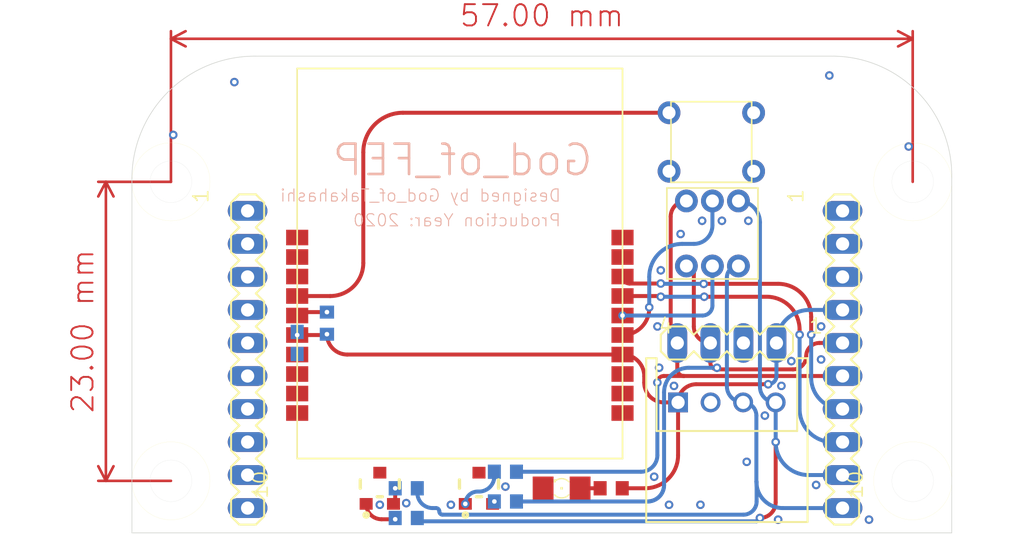
<source format=kicad_pcb>
(kicad_pcb (version 20240108) (generator "pcbnew") (generator_version "8.0")
  (layers (0 "F.Cu" signal) (31 "B.Cu" signal) (34 "B.Paste" user) (35 "F.Paste" user) (36 "B.SilkS" user "B.Silkscreen") (37 "F.SilkS" user "F.Silkscreen") (38 "B.Mask" user) (39 "F.Mask" user) (44 "Edge.Cuts" user))
  (net 0 "")
  (net 1 "USART_TX")
  (net 2 "USART_RX")
  (net 3 "GND")
  (net 4 "5V")
  (net 5 "RTS")
  (net 6 "CTS")
  (net 7 "RESET")
  (net 8 "INIT")
  (net 9 "DATA_TX")
  (net 10 "WRITE_TX")
  (net 11 "DATA_RX")
  (net 12 "WRITE_RX")
  (net 13 "N$1")
  (net 14 "N$2")
  (net 15 "N$3")
  (net 16 "N$4")
  (net 17 "N$5")
  (footprint "PS-70S" (layer "F.Cu") (at 163.609337 97.80928 180)
    (property "Reference" "SW_3" (hide yes))
    (property "Value" "P-08784_PS-70S" (hide yes))
    (fp_line (start 5.5 1) (end 5.5 -6) (stroke (width 0.127)) (layer "F.SilkS"))
    (fp_line (start 5.5 1) (end -1.5 1) (stroke (width 0.127)) (layer "F.SilkS"))
    (fp_line (start 5.5 -6) (end -1.5 -6) (stroke (width 0.127)) (layer "F.SilkS"))
    (fp_line (start -1.5 1) (end -1.5 -6) (stroke (width 0.127)) (layer "F.SilkS"))
    (pad "P1" thru_hole circle (at 0 -5 180) (size 1.75 1.75) (drill 1) (layers "*.Cu" "*.Mask") (net 9 "DATA_TX"))
    (pad "P2" thru_hole circle (at 2 -5 180) (size 1.75 1.75) (drill 1) (layers "*.Cu" "*.Mask") (net 1 "USART_TX"))
    (pad "P3" thru_hole circle (at 4 -5 180) (size 1.75 1.75) (drill 1) (layers "*.Cu" "*.Mask") (net 10 "WRITE_TX"))
    (pad "P4" thru_hole circle (at 0 0) (size 1.75 1.75) (drill 1) (layers "*.Cu" "*.Mask") (net 11 "DATA_RX"))
    (pad "P5" thru_hole circle (at 2 0) (size 1.75 1.75) (drill 1) (layers "*.Cu" "*.Mask") (net 2 "USART_RX"))
    (pad "P6" thru_hole circle (at 4 0) (size 1.75 1.75) (drill 1) (layers "*.Cu" "*.Mask") (net 12 "WRITE_RX"))
  )
  (footprint "R0603_970892" (layer "F.Cu") (at 153.830337 119.90728 180)
    (property "Reference" "R4" (hide yes))
    (property "Value" "300" (hide yes))
    (pad "1" smd rect (at -0.85 0 180) (size 1 1.1) (layers "F.Cu" "F.Paste" "F.Mask") (net 4 "5V"))
    (pad "2" smd rect (at 0.85 0 180) (size 1 1.1) (layers "F.Cu" "F.Paste" "F.Mask") (net 15 "N$3"))
  )
  (footprint "SOT-23" (layer "F.Cu") (at 143.670337 119.90728 180)
    (property "Reference" "WRITE_LED0" (hide yes))
    (property "Value" "KM-23ESGW" (hide yes))
    (fp_line (start 1.5 0.65) (end 1.5 0) (stroke (width 0.254)) (layer "F.SilkS"))
    (fp_line (start -0.2 -0.65) (end 0.2 -0.65) (stroke (width 0.254)) (layer "F.SilkS"))
    (fp_line (start -1.5 0.65) (end -1.5 0) (stroke (width 0.254)) (layer "F.SilkS"))
    (fp_circle (center 1.046 -2.055) (end 1.082 -2.055) (stroke (width 0.254)) (fill none) (layer "F.SilkS"))
    (pad "1" smd rect (at 1.05 -1.2 180) (size 1 0.9) (layers "F.Cu" "F.Paste" "F.Mask") (net 16 "N$4"))
    (pad "2" smd rect (at -1.05 -1.2 180) (size 1 0.9) (layers "F.Cu" "F.Paste" "F.Mask") (net 17 "N$5"))
    (pad "3" smd rect (at 0 1.2 180) (size 1 0.9) (layers "F.Cu" "F.Paste" "F.Mask") (net 3 "GND"))
  )
  (footprint "FEP01" (layer "F.Cu") (at 129.700337 117.62128)
    (property "Reference" "FEP_1" (hide yes))
    (property "Value" "FEP01" (hide yes))
    (fp_line (start 0 -30) (end 25 -30) (stroke (width 0.127)) (layer "F.SilkS"))
    (fp_line (start 0 0) (end 0 -30) (stroke (width 0.127)) (layer "F.SilkS"))
    (fp_line (start 0 0) (end 25 0) (stroke (width 0.127)) (layer "F.SilkS"))
    (fp_line (start 25 0) (end 25 -30) (stroke (width 0.127)) (layer "F.SilkS"))
    (pad "P1" smd rect (at 25 -3.5 180) (size 1.7 1.2) (layers "F.Cu" "F.Paste" "F.Mask"))
    (pad "P2" smd rect (at 25 -5 180) (size 1.7 1.2) (layers "F.Cu" "F.Paste" "F.Mask"))
    (pad "P3" smd rect (at 25 -6.5 180) (size 1.7 1.2) (layers "F.Cu" "F.Paste" "F.Mask"))
    (pad "P4" smd rect (at 25 -8 180) (size 1.7 1.2) (layers "F.Cu" "F.Paste" "F.Mask") (net 4 "5V"))
    (pad "P5" smd rect (at 25 -9.5 180) (size 1.7 1.2) (layers "F.Cu" "F.Paste" "F.Mask") (net 2 "USART_RX"))
    (pad "P6" smd rect (at 25 -11 180) (size 1.7 1.2) (layers "F.Cu" "F.Paste" "F.Mask") (net 1 "USART_TX"))
    (pad "P7" smd rect (at 25 -12.5 180) (size 1.7 1.2) (layers "F.Cu" "F.Paste" "F.Mask") (net 5 "RTS"))
    (pad "P8" smd rect (at 25 -14 180) (size 1.7 1.2) (layers "F.Cu" "F.Paste" "F.Mask") (net 6 "CTS"))
    (pad "P9" smd rect (at 25 -15.5 180) (size 1.7 1.2) (layers "F.Cu" "F.Paste" "F.Mask"))
    (pad "P10" smd rect (at 25 -17 180) (size 1.7 1.2) (layers "F.Cu" "F.Paste" "F.Mask"))
    (pad "P11" smd rect (at 0 -17 180) (size 1.7 1.2) (layers "F.Cu" "F.Paste" "F.Mask"))
    (pad "P12" smd rect (at 0 -15.5 180) (size 1.7 1.2) (layers "F.Cu" "F.Paste" "F.Mask"))
    (pad "P13" smd rect (at 0 -14 180) (size 1.7 1.2) (layers "F.Cu" "F.Paste" "F.Mask"))
    (pad "P14" smd rect (at 0 -12.5 180) (size 1.7 1.2) (layers "F.Cu" "F.Paste" "F.Mask") (net 8 "INIT"))
    (pad "P15" smd rect (at 0 -11 180) (size 1.7 1.2) (layers "F.Cu" "F.Paste" "F.Mask") (net 7 "RESET"))
    (pad "P16" smd rect (at 0 -9.5 180) (size 1.7 1.2) (layers "F.Cu" "F.Paste" "F.Mask") (net 4 "5V"))
    (pad "P17" smd rect (at 0 -8 180) (size 1.7 1.2) (layers "F.Cu" "F.Paste" "F.Mask") (net 3 "GND"))
    (pad "P18" smd rect (at 0 -6.5 180) (size 1.7 1.2) (layers "F.Cu" "F.Paste" "F.Mask"))
    (pad "P19" smd rect (at 0 -5 180) (size 1.7 1.2) (layers "F.Cu" "F.Paste" "F.Mask"))
    (pad "P20" smd rect (at 0 -3.5 180) (size 1.7 1.2) (layers "F.Cu" "F.Paste" "F.Mask"))
  )
  (footprint "LED_1206_217" (layer "F.Cu") (at 150.020337 119.90728 180)
    (property "Reference" "UNK5V_LED0" (hide yes))
    (property "Value" "")
    (fp_arc (start 0.55 0.5) (mid 0 0.743303) (end -0.55 0.5) (stroke (width 0.1016)) (layer "F.SilkS"))
    (fp_arc (start -0.55 -0.5) (mid 0 -0.743303) (end 0.55 -0.5) (stroke (width 0.1016)) (layer "F.SilkS"))
    (fp_poly (pts (xy 0.45 0.7) (xy 0.6 0.7) (xy 0.6 0.45) (xy 0.45 0.45)) (fill solid) (layer "F.SilkS"))
    (fp_poly (pts (xy -0.1 0.1) (xy 0.1 0.1) (xy 0.1 -0.1) (xy -0.1 -0.1)) (fill solid) (layer "F.SilkS"))
    (pad "A" smd rect (at -1.422 0 180) (size 1.6 1.803) (layers "F.Cu" "F.Paste" "F.Mask") (net 15 "N$3"))
    (pad "C" smd rect (at 1.422 0 180) (size 1.6 1.803) (layers "F.Cu" "F.Paste" "F.Mask") (net 3 "GND"))
  )
  (footprint "S4B-XASK-1" (layer "F.Cu") (at 162.720337 113.30328 180)
    (property "Reference" "CN1" (hide yes))
    (property "Value" "")
    (fp_line (start 6.2 -9.2) (end 6.2 3.4) (stroke (width 0.1524)) (layer "F.SilkS"))
    (fp_line (start 5.4 3.4) (end 6.2 3.4) (stroke (width 0.1524)) (layer "F.SilkS"))
    (fp_line (start 5.4 -2.2) (end 5.4 3.4) (stroke (width 0.1524)) (layer "F.SilkS"))
    (fp_line (start -5.4 3.4) (end -5.4 -2.2) (stroke (width 0.1524)) (layer "F.SilkS"))
    (fp_line (start -5.4 -2.2) (end 5.4 -2.2) (stroke (width 0.1524)) (layer "F.SilkS"))
    (fp_line (start -6.2 3.4) (end -5.4 3.4) (stroke (width 0.1524)) (layer "F.SilkS"))
    (fp_line (start -6.2 -9.2) (end 6.2 -9.2) (stroke (width 0.1524)) (layer "F.SilkS"))
    (fp_line (start -6.2 -9.2) (end -6.2 3.4) (stroke (width 0.1524)) (layer "F.SilkS"))
    (pad "" np_thru_hole circle (at 0 -6.5 180) (size 2.8 2.8) (drill 2.8) (layers "*.Cu" "*.Mask"))
    (pad "1" thru_hole rect (at 3.75 0 270) (size 1.524 1.524) (drill 1.016) (layers "*.Cu" "*.Mask") (net 4 "5V"))
    (pad "2" thru_hole circle (at 1.25 0 270) (size 1.524 1.524) (drill 1.016) (layers "*.Cu" "*.Mask") (net 3 "GND"))
    (pad "3" thru_hole circle (at -1.25 0 270) (size 1.524 1.524) (drill 1.016) (layers "*.Cu" "*.Mask") (net 9 "DATA_TX"))
    (pad "4" thru_hole circle (at -3.75 0 270) (size 1.524 1.524) (drill 1.016) (layers "*.Cu" "*.Mask") (net 11 "DATA_RX"))
  )
  (footprint "TS-0606" (layer "F.Cu") (at 158.275337 95.52328)
    (property "Reference" "SW_1" (hide yes))
    (property "Value" "P-03647_TS-0606" (hide yes))
    (fp_line (start 0.15 -5.35) (end 0.15 0.85) (stroke (width 0.127)) (layer "F.SilkS"))
    (fp_line (start 0.15 -5.35) (end 6.35 -5.35) (stroke (width 0.127)) (layer "F.SilkS"))
    (fp_line (start 0.15 0.85) (end 6.35 0.85) (stroke (width 0.127)) (layer "F.SilkS"))
    (fp_line (start 6.35 -5.35) (end 6.35 0.85) (stroke (width 0.127)) (layer "F.SilkS"))
    (pad "P1" thru_hole circle (at 0 -4.5) (size 1.75 1.75) (drill 1) (layers "*.Cu" "*.Mask") (net 8 "INIT"))
    (pad "P2" thru_hole circle (at 6.5 -4.5) (size 1.75 1.75) (drill 1) (layers "*.Cu" "*.Mask"))
    (pad "P3" thru_hole circle (at 0 0 180) (size 1.75 1.75) (drill 1) (layers "*.Cu" "*.Mask") (net 3 "GND"))
    (pad "P4" thru_hole circle (at 6.5 0 180) (size 1.75 1.75) (drill 1) (layers "*.Cu" "*.Mask"))
  )
  (footprint "MA10-1_162" (layer "F.Cu") (at 125.890337 110.00128 -90)
    (property "Reference" "SV1" (hide yes))
    (property "Value" "")
    (fp_line (start -10.795 1.27) (end -12.065 1.27) (stroke (width 0.1524)) (layer "F.SilkS"))
    (fp_line (start -9.525 1.27) (end -10.16 0.635) (stroke (width 0.1524)) (layer "F.SilkS"))
    (fp_line (start -8.255 1.27) (end -9.525 1.27) (stroke (width 0.1524)) (layer "F.SilkS"))
    (fp_line (start -6.985 1.27) (end -7.62 0.635) (stroke (width 0.1524)) (layer "F.SilkS"))
    (fp_line (start -5.715 1.27) (end -6.985 1.27) (stroke (width 0.1524)) (layer "F.SilkS"))
    (fp_line (start -3.175 1.27) (end -4.445 1.27) (stroke (width 0.1524)) (layer "F.SilkS"))
    (fp_line (start -0.635 1.27) (end -1.905 1.27) (stroke (width 0.1524)) (layer "F.SilkS"))
    (fp_line (start 0.635 1.27) (end 0 0.635) (stroke (width 0.1524)) (layer "F.SilkS"))
    (fp_line (start 1.905 1.27) (end 0.635 1.27) (stroke (width 0.1524)) (layer "F.SilkS"))
    (fp_line (start 3.175 1.27) (end 2.54 0.635) (stroke (width 0.1524)) (layer "F.SilkS"))
    (fp_line (start 4.445 1.27) (end 3.175 1.27) (stroke (width 0.1524)) (layer "F.SilkS"))
    (fp_line (start 6.985 1.27) (end 5.715 1.27) (stroke (width 0.1524)) (layer "F.SilkS"))
    (fp_line (start 9.525 1.27) (end 8.255 1.27) (stroke (width 0.1524)) (layer "F.SilkS"))
    (fp_line (start 10.795 1.27) (end 10.16 0.635) (stroke (width 0.1524)) (layer "F.SilkS"))
    (fp_line (start 12.065 1.27) (end 10.795 1.27) (stroke (width 0.1524)) (layer "F.SilkS"))
    (fp_line (start -12.7 0.635) (end -12.065 1.27) (stroke (width 0.1524)) (layer "F.SilkS"))
    (fp_line (start -10.16 0.635) (end -10.795 1.27) (stroke (width 0.1524)) (layer "F.SilkS"))
    (fp_line (start -7.62 0.635) (end -8.255 1.27) (stroke (width 0.1524)) (layer "F.SilkS"))
    (fp_line (start -5.08 0.635) (end -5.715 1.27) (stroke (width 0.1524)) (layer "F.SilkS"))
    (fp_line (start -5.08 0.635) (end -4.445 1.27) (stroke (width 0.1524)) (layer "F.SilkS"))
    (fp_line (start -2.54 0.635) (end -3.175 1.27) (stroke (width 0.1524)) (layer "F.SilkS"))
    (fp_line (start -2.54 0.635) (end -1.905 1.27) (stroke (width 0.1524)) (layer "F.SilkS"))
    (fp_line (start 0 0.635) (end -0.635 1.27) (stroke (width 0.1524)) (layer "F.SilkS"))
    (fp_line (start 2.54 0.635) (end 1.905 1.27) (stroke (width 0.1524)) (layer "F.SilkS"))
    (fp_line (start 5.08 0.635) (end 4.445 1.27) (stroke (width 0.1524)) (layer "F.SilkS"))
    (fp_line (start 5.08 0.635) (end 5.715 1.27) (stroke (width 0.1524)) (layer "F.SilkS"))
    (fp_line (start 7.62 0.635) (end 6.985 1.27) (stroke (width 0.1524)) (layer "F.SilkS"))
    (fp_line (start 7.62 0.635) (end 8.255 1.27) (stroke (width 0.1524)) (layer "F.SilkS"))
    (fp_line (start 10.16 0.635) (end 9.525 1.27) (stroke (width 0.1524)) (layer "F.SilkS"))
    (fp_line (start 12.7 0.635) (end 12.065 1.27) (stroke (width 0.1524)) (layer "F.SilkS"))
    (fp_line (start -12.7 -0.635) (end -12.7 0.635) (stroke (width 0.1524)) (layer "F.SilkS"))
    (fp_line (start -10.16 -0.635) (end -9.525 -1.27) (stroke (width 0.1524)) (layer "F.SilkS"))
    (fp_line (start -7.62 -0.635) (end -6.985 -1.27) (stroke (width 0.1524)) (layer "F.SilkS"))
    (fp_line (start 0 -0.635) (end 0.635 -1.27) (stroke (width 0.1524)) (layer "F.SilkS"))
    (fp_line (start 2.54 -0.635) (end 3.175 -1.27) (stroke (width 0.1524)) (layer "F.SilkS"))
    (fp_line (start 10.16 -0.635) (end 10.795 -1.27) (stroke (width 0.1524)) (layer "F.SilkS"))
    (fp_line (start 12.7 -0.635) (end 12.7 0.635) (stroke (width 0.1524)) (layer "F.SilkS"))
    (fp_line (start -12.065 -1.27) (end -12.7 -0.635) (stroke (width 0.1524)) (layer "F.SilkS"))
    (fp_line (start -12.065 -1.27) (end -10.795 -1.27) (stroke (width 0.1524)) (layer "F.SilkS"))
    (fp_line (start -10.795 -1.27) (end -10.16 -0.635) (stroke (width 0.1524)) (layer "F.SilkS"))
    (fp_line (start -9.525 -1.27) (end -8.255 -1.27) (stroke (width 0.1524)) (layer "F.SilkS"))
    (fp_line (start -8.255 -1.27) (end -7.62 -0.635) (stroke (width 0.1524)) (layer "F.SilkS"))
    (fp_line (start -6.985 -1.27) (end -5.715 -1.27) (stroke (width 0.1524)) (layer "F.SilkS"))
    (fp_line (start -5.715 -1.27) (end -5.08 -0.635) (stroke (width 0.1524)) (layer "F.SilkS"))
    (fp_line (start -4.445 -1.27) (end -5.08 -0.635) (stroke (width 0.1524)) (layer "F.SilkS"))
    (fp_line (start -4.445 -1.27) (end -3.175 -1.27) (stroke (width 0.1524)) (layer "F.SilkS"))
    (fp_line (start -3.175 -1.27) (end -2.54 -0.635) (stroke (width 0.1524)) (layer "F.SilkS"))
    (fp_line (start -1.905 -1.27) (end -2.54 -0.635) (stroke (width 0.1524)) (layer "F.SilkS"))
    (fp_line (start -1.905 -1.27) (end -0.635 -1.27) (stroke (width 0.1524)) (layer "F.SilkS"))
    (fp_line (start -0.635 -1.27) (end 0 -0.635) (stroke (width 0.1524)) (layer "F.SilkS"))
    (fp_line (start 0.635 -1.27) (end 1.905 -1.27) (stroke (width 0.1524)) (layer "F.SilkS"))
    (fp_line (start 1.905 -1.27) (end 2.54 -0.635) (stroke (width 0.1524)) (layer "F.SilkS"))
    (fp_line (start 3.175 -1.27) (end 4.445 -1.27) (stroke (width 0.1524)) (layer "F.SilkS"))
    (fp_line (start 4.445 -1.27) (end 5.08 -0.635) (stroke (width 0.1524)) (layer "F.SilkS"))
    (fp_line (start 5.715 -1.27) (end 5.08 -0.635) (stroke (width 0.1524)) (layer "F.SilkS"))
    (fp_line (start 5.715 -1.27) (end 6.985 -1.27) (stroke (width 0.1524)) (layer "F.SilkS"))
    (fp_line (start 6.985 -1.27) (end 7.62 -0.635) (stroke (width 0.1524)) (layer "F.SilkS"))
    (fp_line (start 8.255 -1.27) (end 7.62 -0.635) (stroke (width 0.1524)) (layer "F.SilkS"))
    (fp_line (start 8.255 -1.27) (end 9.525 -1.27) (stroke (width 0.1524)) (layer "F.SilkS"))
    (fp_line (start 9.525 -1.27) (end 10.16 -0.635) (stroke (width 0.1524)) (layer "F.SilkS"))
    (fp_line (start 10.795 -1.27) (end 12.065 -1.27) (stroke (width 0.1524)) (layer "F.SilkS"))
    (fp_line (start 12.065 -1.27) (end 12.7 -0.635) (stroke (width 0.1524)) (layer "F.SilkS"))
    (fp_text user "1" (at -11.938 2.921 -90) (layer "F.SilkS") (effects (font (size 1.143 1.143) (thickness 0.127)) (justify left bottom)))
    (fp_text user "10" (at 10.795 -1.651 -90) (layer "F.SilkS") (effects (font (size 1.143 1.143) (thickness 0.127)) (justify left bottom)))
    (pad "1" thru_hole oval (at -11.43 0) (size 3.048 1.524) (drill 1.016) (layers "*.Cu" "*.Mask"))
    (pad "2" thru_hole oval (at -8.89 0) (size 3.048 1.524) (drill 1.016) (layers "*.Cu" "*.Mask"))
    (pad "3" thru_hole oval (at -6.35 0) (size 3.048 1.524) (drill 1.016) (layers "*.Cu" "*.Mask"))
    (pad "4" thru_hole oval (at -3.81 0) (size 3.048 1.524) (drill 1.016) (layers "*.Cu" "*.Mask"))
    (pad "5" thru_hole oval (at -1.27 0) (size 3.048 1.524) (drill 1.016) (layers "*.Cu" "*.Mask"))
    (pad "6" thru_hole oval (at 1.27 0) (size 3.048 1.524) (drill 1.016) (layers "*.Cu" "*.Mask"))
    (pad "7" thru_hole oval (at 3.81 0) (size 3.048 1.524) (drill 1.016) (layers "*.Cu" "*.Mask"))
    (pad "8" thru_hole oval (at 6.35 0) (size 3.048 1.524) (drill 1.016) (layers "*.Cu" "*.Mask"))
    (pad "9" thru_hole oval (at 8.89 0) (size 3.048 1.524) (drill 1.016) (layers "*.Cu" "*.Mask"))
    (pad "10" thru_hole oval (at 11.43 0) (size 3.048 1.524) (drill 1.016) (layers "*.Cu" "*.Mask"))
  )
  (footprint "MA04-1_162" (layer "F.Cu") (at 162.720337 108.73128 180)
    (property "Reference" "SV3" (hide yes))
    (property "Value" "")
    (fp_line (start 5.08 0.635) (end 4.445 1.27) (stroke (width 0.1524)) (layer "F.SilkS"))
    (fp_line (start 5.08 -0.635) (end 5.08 0.635) (stroke (width 0.1524)) (layer "F.SilkS"))
    (fp_line (start 4.445 1.27) (end 3.175 1.27) (stroke (width 0.1524)) (layer "F.SilkS"))
    (fp_line (start 4.445 -1.27) (end 5.08 -0.635) (stroke (width 0.1524)) (layer "F.SilkS"))
    (fp_line (start 3.175 -1.27) (end 4.445 -1.27) (stroke (width 0.1524)) (layer "F.SilkS"))
    (fp_line (start 3.175 -1.27) (end 2.54 -0.635) (stroke (width 0.1524)) (layer "F.SilkS"))
    (fp_line (start 2.54 0.635) (end 3.175 1.27) (stroke (width 0.1524)) (layer "F.SilkS"))
    (fp_line (start 2.54 0.635) (end 1.905 1.27) (stroke (width 0.1524)) (layer "F.SilkS"))
    (fp_line (start 1.905 1.27) (end 0.635 1.27) (stroke (width 0.1524)) (layer "F.SilkS"))
    (fp_line (start 1.905 -1.27) (end 2.54 -0.635) (stroke (width 0.1524)) (layer "F.SilkS"))
    (fp_line (start 0.635 1.27) (end 0 0.635) (stroke (width 0.1524)) (layer "F.SilkS"))
    (fp_line (start 0.635 -1.27) (end 1.905 -1.27) (stroke (width 0.1524)) (layer "F.SilkS"))
    (fp_line (start 0 0.635) (end -0.635 1.27) (stroke (width 0.1524)) (layer "F.SilkS"))
    (fp_line (start 0 -0.635) (end 0.635 -1.27) (stroke (width 0.1524)) (layer "F.SilkS"))
    (fp_line (start -0.635 1.27) (end -1.905 1.27) (stroke (width 0.1524)) (layer "F.SilkS"))
    (fp_line (start -0.635 -1.27) (end 0 -0.635) (stroke (width 0.1524)) (layer "F.SilkS"))
    (fp_line (start -1.905 1.27) (end -2.54 0.635) (stroke (width 0.1524)) (layer "F.SilkS"))
    (fp_line (start -1.905 -1.27) (end -0.635 -1.27) (stroke (width 0.1524)) (layer "F.SilkS"))
    (fp_line (start -2.54 0.635) (end -3.175 1.27) (stroke (width 0.1524)) (layer "F.SilkS"))
    (fp_line (start -2.54 -0.635) (end -1.905 -1.27) (stroke (width 0.1524)) (layer "F.SilkS"))
    (fp_line (start -3.175 1.27) (end -4.445 1.27) (stroke (width 0.1524)) (layer "F.SilkS"))
    (fp_line (start -3.175 -1.27) (end -2.54 -0.635) (stroke (width 0.1524)) (layer "F.SilkS"))
    (fp_line (start -4.445 -1.27) (end -3.175 -1.27) (stroke (width 0.1524)) (layer "F.SilkS"))
    (fp_line (start -4.445 -1.27) (end -5.08 -0.635) (stroke (width 0.1524)) (layer "F.SilkS"))
    (fp_line (start -5.08 0.635) (end -4.445 1.27) (stroke (width 0.1524)) (layer "F.SilkS"))
    (fp_line (start -5.08 -0.635) (end -5.08 0.635) (stroke (width 0.1524)) (layer "F.SilkS"))
    (fp_text user "1" (at -6.223 0.635 180) (layer "F.SilkS") (effects (font (size 1.143 1.143) (thickness 0.127)) (justify left bottom)))
    (fp_text user "4" (at 5.334 0.635 180) (layer "F.SilkS") (effects (font (size 1.143 1.143) (thickness 0.127)) (justify left bottom)))
    (pad "1" thru_hole oval (at -3.81 0 270) (size 3.048 1.524) (drill 1.016) (layers "*.Cu" "*.Mask") (net 4 "5V"))
    (pad "2" thru_hole oval (at -1.27 0 270) (size 3.048 1.524) (drill 1.016) (layers "*.Cu" "*.Mask") (net 3 "GND"))
    (pad "3" thru_hole oval (at 1.27 0 270) (size 3.048 1.524) (drill 1.016) (layers "*.Cu" "*.Mask") (net 10 "WRITE_TX"))
    (pad "4" thru_hole oval (at 3.81 0 270) (size 3.048 1.524) (drill 1.016) (layers "*.Cu" "*.Mask") (net 12 "WRITE_RX"))
  )
  (footprint "MA10-1_162" (layer "F.Cu") (at 171.610337 110.00128 -90)
    (property "Reference" "SV2" (hide yes))
    (property "Value" "")
    (fp_line (start -10.795 1.27) (end -12.065 1.27) (stroke (width 0.1524)) (layer "F.SilkS"))
    (fp_line (start -9.525 1.27) (end -10.16 0.635) (stroke (width 0.1524)) (layer "F.SilkS"))
    (fp_line (start -8.255 1.27) (end -9.525 1.27) (stroke (width 0.1524)) (layer "F.SilkS"))
    (fp_line (start -6.985 1.27) (end -7.62 0.635) (stroke (width 0.1524)) (layer "F.SilkS"))
    (fp_line (start -5.715 1.27) (end -6.985 1.27) (stroke (width 0.1524)) (layer "F.SilkS"))
    (fp_line (start -3.175 1.27) (end -4.445 1.27) (stroke (width 0.1524)) (layer "F.SilkS"))
    (fp_line (start -0.635 1.27) (end -1.905 1.27) (stroke (width 0.1524)) (layer "F.SilkS"))
    (fp_line (start 0.635 1.27) (end 0 0.635) (stroke (width 0.1524)) (layer "F.SilkS"))
    (fp_line (start 1.905 1.27) (end 0.635 1.27) (stroke (width 0.1524)) (layer "F.SilkS"))
    (fp_line (start 3.175 1.27) (end 2.54 0.635) (stroke (width 0.1524)) (layer "F.SilkS"))
    (fp_line (start 4.445 1.27) (end 3.175 1.27) (stroke (width 0.1524)) (layer "F.SilkS"))
    (fp_line (start 6.985 1.27) (end 5.715 1.27) (stroke (width 0.1524)) (layer "F.SilkS"))
    (fp_line (start 9.525 1.27) (end 8.255 1.27) (stroke (width 0.1524)) (layer "F.SilkS"))
    (fp_line (start 10.795 1.27) (end 10.16 0.635) (stroke (width 0.1524)) (layer "F.SilkS"))
    (fp_line (start 12.065 1.27) (end 10.795 1.27) (stroke (width 0.1524)) (layer "F.SilkS"))
    (fp_line (start -12.7 0.635) (end -12.065 1.27) (stroke (width 0.1524)) (layer "F.SilkS"))
    (fp_line (start -10.16 0.635) (end -10.795 1.27) (stroke (width 0.1524)) (layer "F.SilkS"))
    (fp_line (start -7.62 0.635) (end -8.255 1.27) (stroke (width 0.1524)) (layer "F.SilkS"))
    (fp_line (start -5.08 0.635) (end -5.715 1.27) (stroke (width 0.1524)) (layer "F.SilkS"))
    (fp_line (start -5.08 0.635) (end -4.445 1.27) (stroke (width 0.1524)) (layer "F.SilkS"))
    (fp_line (start -2.54 0.635) (end -3.175 1.27) (stroke (width 0.1524)) (layer "F.SilkS"))
    (fp_line (start -2.54 0.635) (end -1.905 1.27) (stroke (width 0.1524)) (layer "F.SilkS"))
    (fp_line (start 0 0.635) (end -0.635 1.27) (stroke (width 0.1524)) (layer "F.SilkS"))
    (fp_line (start 2.54 0.635) (end 1.905 1.27) (stroke (width 0.1524)) (layer "F.SilkS"))
    (fp_line (start 5.08 0.635) (end 4.445 1.27) (stroke (width 0.1524)) (layer "F.SilkS"))
    (fp_line (start 5.08 0.635) (end 5.715 1.27) (stroke (width 0.1524)) (layer "F.SilkS"))
    (fp_line (start 7.62 0.635) (end 6.985 1.27) (stroke (width 0.1524)) (layer "F.SilkS"))
    (fp_line (start 7.62 0.635) (end 8.255 1.27) (stroke (width 0.1524)) (layer "F.SilkS"))
    (fp_line (start 10.16 0.635) (end 9.525 1.27) (stroke (width 0.1524)) (layer "F.SilkS"))
    (fp_line (start 12.7 0.635) (end 12.065 1.27) (stroke (width 0.1524)) (layer "F.SilkS"))
    (fp_line (start -12.7 -0.635) (end -12.7 0.635) (stroke (width 0.1524)) (layer "F.SilkS"))
    (fp_line (start -10.16 -0.635) (end -9.525 -1.27) (stroke (width 0.1524)) (layer "F.SilkS"))
    (fp_line (start -7.62 -0.635) (end -6.985 -1.27) (stroke (width 0.1524)) (layer "F.SilkS"))
    (fp_line (start 0 -0.635) (end 0.635 -1.27) (stroke (width 0.1524)) (layer "F.SilkS"))
    (fp_line (start 2.54 -0.635) (end 3.175 -1.27) (stroke (width 0.1524)) (layer "F.SilkS"))
    (fp_line (start 10.16 -0.635) (end 10.795 -1.27) (stroke (width 0.1524)) (layer "F.SilkS"))
    (fp_line (start 12.7 -0.635) (end 12.7 0.635) (stroke (width 0.1524)) (layer "F.SilkS"))
    (fp_line (start -12.065 -1.27) (end -12.7 -0.635) (stroke (width 0.1524)) (layer "F.SilkS"))
    (fp_line (start -12.065 -1.27) (end -10.795 -1.27) (stroke (width 0.1524)) (layer "F.SilkS"))
    (fp_line (start -10.795 -1.27) (end -10.16 -0.635) (stroke (width 0.1524)) (layer "F.SilkS"))
    (fp_line (start -9.525 -1.27) (end -8.255 -1.27) (stroke (width 0.1524)) (layer "F.SilkS"))
    (fp_line (start -8.255 -1.27) (end -7.62 -0.635) (stroke (width 0.1524)) (layer "F.SilkS"))
    (fp_line (start -6.985 -1.27) (end -5.715 -1.27) (stroke (width 0.1524)) (layer "F.SilkS"))
    (fp_line (start -5.715 -1.27) (end -5.08 -0.635) (stroke (width 0.1524)) (layer "F.SilkS"))
    (fp_line (start -4.445 -1.27) (end -5.08 -0.635) (stroke (width 0.1524)) (layer "F.SilkS"))
    (fp_line (start -4.445 -1.27) (end -3.175 -1.27) (stroke (width 0.1524)) (layer "F.SilkS"))
    (fp_line (start -3.175 -1.27) (end -2.54 -0.635) (stroke (width 0.1524)) (layer "F.SilkS"))
    (fp_line (start -1.905 -1.27) (end -2.54 -0.635) (stroke (width 0.1524)) (layer "F.SilkS"))
    (fp_line (start -1.905 -1.27) (end -0.635 -1.27) (stroke (width 0.1524)) (layer "F.SilkS"))
    (fp_line (start -0.635 -1.27) (end 0 -0.635) (stroke (width 0.1524)) (layer "F.SilkS"))
    (fp_line (start 0.635 -1.27) (end 1.905 -1.27) (stroke (width 0.1524)) (layer "F.SilkS"))
    (fp_line (start 1.905 -1.27) (end 2.54 -0.635) (stroke (width 0.1524)) (layer "F.SilkS"))
    (fp_line (start 3.175 -1.27) (end 4.445 -1.27) (stroke (width 0.1524)) (layer "F.SilkS"))
    (fp_line (start 4.445 -1.27) (end 5.08 -0.635) (stroke (width 0.1524)) (layer "F.SilkS"))
    (fp_line (start 5.715 -1.27) (end 5.08 -0.635) (stroke (width 0.1524)) (layer "F.SilkS"))
    (fp_line (start 5.715 -1.27) (end 6.985 -1.27) (stroke (width 0.1524)) (layer "F.SilkS"))
    (fp_line (start 6.985 -1.27) (end 7.62 -0.635) (stroke (width 0.1524)) (layer "F.SilkS"))
    (fp_line (start 8.255 -1.27) (end 7.62 -0.635) (stroke (width 0.1524)) (layer "F.SilkS"))
    (fp_line (start 8.255 -1.27) (end 9.525 -1.27) (stroke (width 0.1524)) (layer "F.SilkS"))
    (fp_line (start 9.525 -1.27) (end 10.16 -0.635) (stroke (width 0.1524)) (layer "F.SilkS"))
    (fp_line (start 10.795 -1.27) (end 12.065 -1.27) (stroke (width 0.1524)) (layer "F.SilkS"))
    (fp_line (start 12.065 -1.27) (end 12.7 -0.635) (stroke (width 0.1524)) (layer "F.SilkS"))
    (fp_text user "10" (at 10.795 -1.651 -90) (layer "F.SilkS") (effects (font (size 1.143 1.143) (thickness 0.127)) (justify left bottom)))
    (fp_text user "1" (at -11.938 2.921 -90) (layer "F.SilkS") (effects (font (size 1.143 1.143) (thickness 0.127)) (justify left bottom)))
    (pad "1" thru_hole oval (at -11.43 0) (size 3.048 1.524) (drill 1.016) (layers "*.Cu" "*.Mask"))
    (pad "2" thru_hole oval (at -8.89 0) (size 3.048 1.524) (drill 1.016) (layers "*.Cu" "*.Mask"))
    (pad "3" thru_hole oval (at -6.35 0) (size 3.048 1.524) (drill 1.016) (layers "*.Cu" "*.Mask") (net 3 "GND"))
    (pad "4" thru_hole oval (at -3.81 0) (size 3.048 1.524) (drill 1.016) (layers "*.Cu" "*.Mask") (net 4 "5V"))
    (pad "5" thru_hole oval (at -1.27 0) (size 3.048 1.524) (drill 1.016) (layers "*.Cu" "*.Mask") (net 10 "WRITE_TX"))
    (pad "6" thru_hole oval (at 1.27 0) (size 3.048 1.524) (drill 1.016) (layers "*.Cu" "*.Mask") (net 12 "WRITE_RX"))
    (pad "7" thru_hole oval (at 3.81 0) (size 3.048 1.524) (drill 1.016) (layers "*.Cu" "*.Mask") (net 6 "CTS"))
    (pad "8" thru_hole oval (at 6.35 0) (size 3.048 1.524) (drill 1.016) (layers "*.Cu" "*.Mask") (net 5 "RTS"))
    (pad "9" thru_hole oval (at 8.89 0) (size 3.048 1.524) (drill 1.016) (layers "*.Cu" "*.Mask") (net 11 "DATA_RX"))
    (pad "10" thru_hole oval (at 11.43 0) (size 3.048 1.524) (drill 1.016) (layers "*.Cu" "*.Mask") (net 9 "DATA_TX"))
  )
  (footprint "SOT-23" (layer "F.Cu") (at 136.050337 119.90728 180)
    (property "Reference" "DATA_LED0" (hide yes))
    (property "Value" "KM-23ESGW" (hide yes))
    (fp_line (start 1.5 0.65) (end 1.5 0) (stroke (width 0.254)) (layer "F.SilkS"))
    (fp_line (start -0.2 -0.65) (end 0.2 -0.65) (stroke (width 0.254)) (layer "F.SilkS"))
    (fp_line (start -1.5 0.65) (end -1.5 0) (stroke (width 0.254)) (layer "F.SilkS"))
    (fp_circle (center 1.046 -2.055) (end 1.082 -2.055) (stroke (width 0.254)) (fill none) (layer "F.SilkS"))
    (pad "1" smd rect (at 1.05 -1.2 180) (size 1 0.9) (layers "F.Cu" "F.Paste" "F.Mask") (net 13 "N$1"))
    (pad "2" smd rect (at -1.05 -1.2 180) (size 1 0.9) (layers "F.Cu" "F.Paste" "F.Mask") (net 14 "N$2"))
    (pad "3" smd rect (at 0 1.2 180) (size 1 0.9) (layers "F.Cu" "F.Paste" "F.Mask") (net 3 "GND"))
  )
  (footprint "R0603_970892" (layer "B.Cu") (at 138.082337 119.90728 180)
    (property "Reference" "R2" (hide yes))
    (property "Value" "300" (hide yes))
    (pad "1" smd rect (at -0.85 0 180) (size 1 1.1) (layers "B.Cu" "B.Paste" "B.Mask") (net 9 "DATA_TX"))
    (pad "2" smd rect (at 0.85 0 180) (size 1 1.1) (layers "B.Cu" "B.Paste" "B.Mask") (net 14 "N$2"))
  )
  (footprint "R0603_970892" (layer "B.Cu") (at 131.986337 107.20728 -90)
    (property "Reference" "R1" (hide yes))
    (property "Value" "10k" (hide yes))
    (pad "1" smd rect (at -0.85 0 270) (size 1 1.1) (layers "B.Cu" "B.Paste" "B.Mask") (net 7 "RESET"))
    (pad "2" smd rect (at 0.85 0 270) (size 1 1.1) (layers "B.Cu" "B.Paste" "B.Mask") (net 4 "5V"))
  )
  (footprint "R0603_970892" (layer "B.Cu") (at 145.702337 118.63728 180)
    (property "Reference" "R6" (hide yes))
    (property "Value" "300" (hide yes))
    (pad "1" smd rect (at -0.85 0 180) (size 1 1.1) (layers "B.Cu" "B.Paste" "B.Mask") (net 12 "WRITE_RX"))
    (pad "2" smd rect (at 0.85 0 180) (size 1 1.1) (layers "B.Cu" "B.Paste" "B.Mask") (net 16 "N$4"))
  )
  (footprint "C0603_217" (layer "B.Cu") (at 129.700337 108.73128 -90)
    (property "Reference" "C1" (hide yes))
    (property "Value" "1u" (hide yes))
    (pad "1" smd rect (at -0.85 0 270) (size 1.1 1) (layers "B.Cu" "B.Paste" "B.Mask") (net 4 "5V"))
    (pad "2" smd rect (at 0.85 0 270) (size 1.1 1) (layers "B.Cu" "B.Paste" "B.Mask") (net 3 "GND"))
  )
  (footprint "R0603_970892" (layer "B.Cu") (at 145.702337 120.92328 180)
    (property "Reference" "R5" (hide yes))
    (property "Value" "300" (hide yes))
    (pad "1" smd rect (at -0.85 0 180) (size 1 1.1) (layers "B.Cu" "B.Paste" "B.Mask") (net 10 "WRITE_TX"))
    (pad "2" smd rect (at 0.85 0 180) (size 1 1.1) (layers "B.Cu" "B.Paste" "B.Mask") (net 17 "N$5"))
  )
  (footprint "R0603_970892" (layer "B.Cu") (at 138.082337 122.19328 180)
    (property "Reference" "R3" (hide yes))
    (property "Value" "300" (hide yes))
    (pad "1" smd rect (at -0.85 0 180) (size 1 1.1) (layers "B.Cu" "B.Paste" "B.Mask") (net 11 "DATA_RX"))
    (pad "2" smd rect (at 0.85 0 180) (size 1 1.1) (layers "B.Cu" "B.Paste" "B.Mask") (net 13 "N$1"))
  )
  (gr_circle (center 120.000337 96.33628) (end 123.000337 96.33628) (stroke (width 0.01)) (fill none) (layer "F.SilkS"))
  (gr_circle (center 120.000337 119.33628) (end 123.000337 119.33628) (stroke (width 0.01)) (fill none) (layer "F.SilkS"))
  (gr_circle (center 177.000337 119.33628) (end 180.000337 119.33628) (stroke (width 0.01)) (fill none) (layer "F.SilkS"))
  (gr_circle (center 177.000337 96.33628) (end 180.000337 96.33628) (stroke (width 0.01)) (fill none) (layer "F.SilkS"))
  (gr_circle (center 120.000337 96.33628) (end 121.600337 96.33628) (stroke (width 0.01)) (fill none) (layer "Edge.Cuts"))
  (gr_circle (center 177.000337 96.33628) (end 178.600337 96.33628) (stroke (width 0.01)) (fill none) (layer "Edge.Cuts"))
  (gr_line (start 180.000337 123.33628) (end 180.000337 96.03128) (stroke (width 0.05)) (layer "Edge.Cuts"))
  (gr_line (start 117.000337 96.03128) (end 117.000337 123.33628) (stroke (width 0.05)) (layer "Edge.Cuts"))
  (gr_circle (center 177.000337 119.33628) (end 178.600337 119.33628) (stroke (width 0.01)) (fill none) (layer "Edge.Cuts"))
  (gr_line (start 117.000337 123.33628) (end 180.000337 123.33628) (stroke (width 0.05)) (layer "Edge.Cuts"))
  (gr_arc (start 117.000337 96.03128) (mid 119.824318 89.378588) (end 126.525337 86.67128) (stroke (width 0.05)) (layer "Edge.Cuts"))
  (gr_line (start 170.975337 86.67128) (end 126.525337 86.67128) (stroke (width 0.05)) (layer "Edge.Cuts"))
  (gr_arc (start 170.975337 86.67128) (mid 177.426356 89.482141) (end 180.000337 96.03128) (stroke (width 0.05)) (layer "Edge.Cuts"))
  (gr_circle (center 120.000337 119.33628) (end 121.600337 119.33628) (stroke (width 0.01)) (fill none) (layer "Edge.Cuts"))
  (gr_text "Designed by God_of_Takahashi" (at 150.020337 97.93628 0) (layer "B.SilkS") (effects (font (size 0.93472 0.93472) (thickness 0.08128)) (justify left bottom mirror)))
  (gr_text "Production Year: 2020" (at 150.020337 99.84128 0) (layer "B.SilkS") (effects (font (size 0.93472 0.93472) (thickness 0.08128)) (justify left bottom mirror)))
  (gr_text "God_of_FEP" (at 152.560337 96.03128 0) (layer "B.SilkS") (effects (font (size 2.3368 2.3368) (thickness 0.2032)) (justify left bottom mirror)))
  (dimension (type aligned) (layer "F.Cu") (pts (xy 120.000337 119.33628) (xy 120.000337 96.33628)) (height -5) (gr_text "23.00 mm" (at 113.222337 107.83628 90) (layer "F.Cu") (effects (font (size 1.63576 1.63576) (thickness 0.14224)))) (format (prefix "") (suffix "") (units 2) (units_format 1) (precision 2)) (style (thickness 0.2) (arrow_length 1.27) (text_position_mode 0) (extension_height 0.58642) (extension_offset 0) keep_text_aligned))
  (dimension (type aligned) (layer "F.Cu") (pts (xy 120.000337 96.33628) (xy 177.000337 96.33628)) (height -11) (gr_text "57.00 mm" (at 148.500337 83.55828 0) (layer "F.Cu") (effects (font (size 1.63576 1.63576) (thickness 0.14224)))) (format (prefix "") (suffix "") (units 2) (units_format 1) (precision 2)) (style (thickness 0.2) (arrow_length 1.27) (text_position_mode 0) (extension_height 0.58642) (extension_offset 0) keep_text_aligned))
  (via (at 154.700337 106.62128) (size 0.6548) (drill 0.35) (layers "F.Cu" "B.Cu") (net 1))
  (segment (start 161.609337 102.80928) (end 161.609337 105.85928) (width 0.3048) (layer "B.Cu") (net 1))
  (segment (start 160.847337 106.62128) (end 154.700337 106.62128) (width 0.3048) (layer "B.Cu") (net 1))
  (arc (start 161.609337 105.85928) (mid 161.386152 106.398095) (end 160.847337 106.62128) (width 0.3048) (layer "B.Cu") (net 1))
  (segment (start 156.754137 105.98908) (end 156.754137 106.06748) (width 0.3048) (layer "F.Cu") (net 2))
  (via (at 156.754137 105.98908) (size 0.6548) (drill 0.35) (layers "F.Cu" "B.Cu") (net 2))
  (arc (start 156.754137 106.06748) (mid 156.152593 107.519736) (end 154.700337 108.12128) (width 0.3048) (layer "F.Cu") (net 2))
  (segment (start 161.609337 97.80928) (end 161.609337 99.68228) (width 0.3048) (layer "B.Cu") (net 2))
  (segment (start 156.754137 103.65128) (end 156.754137 105.98908) (width 0.3048) (layer "B.Cu") (net 2))
  (segment (start 160.180337 101.11128) (end 159.294137 101.11128) (width 0.3048) (layer "B.Cu") (net 2))
  (arc (start 161.609337 99.68228) (mid 161.190793 100.692736) (end 160.180337 101.11128) (width 0.3048) (layer "B.Cu") (net 2))
  (arc (start 159.294137 101.11128) (mid 157.498086 101.855229) (end 156.754137 103.65128) (width 0.3048) (layer "B.Cu") (net 2))
  (via (at 167.673337 110.12828) (size 0.6548) (drill 0.35) (layers "F.Cu" "B.Cu") (net 3))
  (via (at 173.642337 122.32028) (size 0.6548) (drill 0.35) (layers "F.Cu" "B.Cu") (net 3))
  (via (at 164.244337 117.87528) (size 0.6548) (drill 0.35) (layers "F.Cu" "B.Cu") (net 3))
  (via (at 138.082337 121.05028) (size 0.6548) (drill 0.35) (layers "F.Cu" "B.Cu") (net 3))
  (via (at 160.688337 121.17728) (size 0.6548) (drill 0.35) (layers "F.Cu" "B.Cu") (net 3))
  (via (at 136.050337 121.17728) (size 0.6548) (drill 0.35) (layers "F.Cu" "B.Cu") (net 3))
  (via (at 169.959337 107.46128) (size 0.6548) (drill 0.35) (layers "F.Cu" "B.Cu") (net 3))
  (via (at 166.657337 122.32028) (size 0.6548) (drill 0.35) (layers "F.Cu" "B.Cu") (net 3))
  (via (at 157.513337 110.63628) (size 0.6548) (drill 0.35) (layers "F.Cu" "B.Cu") (net 3))
  (via (at 160.815337 99.33328) (size 0.6548) (drill 0.35) (layers "F.Cu" "B.Cu") (net 3))
  (via (at 162.339337 99.33328) (size 0.6548) (drill 0.35) (layers "F.Cu" "B.Cu") (net 3))
  (via (at 169.578337 119.65328) (size 0.6548) (drill 0.35) (layers "F.Cu" "B.Cu") (net 3))
  (via (at 170.594337 88.15728) (size 0.6548) (drill 0.35) (layers "F.Cu" "B.Cu") (net 3))
  (via (at 158.275337 121.17728) (size 0.6548) (drill 0.35) (layers "F.Cu" "B.Cu") (net 3))
  (via (at 157.640337 103.14328) (size 0.6548) (drill 0.35) (layers "F.Cu" "B.Cu") (net 3))
  (via (at 157.386337 107.46128) (size 0.6548) (drill 0.35) (layers "F.Cu" "B.Cu") (net 3))
  (via (at 145.702337 119.78028) (size 0.6548) (drill 0.35) (layers "F.Cu" "B.Cu") (net 3))
  (via (at 159.164337 100.34928) (size 0.6548) (drill 0.35) (layers "F.Cu" "B.Cu") (net 3))
  (via (at 164.371337 99.33328) (size 0.6548) (drill 0.35) (layers "F.Cu" "B.Cu") (net 3))
  (via (at 176.690337 93.61828) (size 0.6548) (drill 0.35) (layers "F.Cu" "B.Cu") (net 3))
  (via (at 158.656337 112.03328) (size 0.6548) (drill 0.35) (layers "F.Cu" "B.Cu") (net 3))
  (via (at 166.911337 112.03328) (size 0.6548) (drill 0.35) (layers "F.Cu" "B.Cu") (net 3))
  (via (at 141.511337 121.17728) (size 0.6548) (drill 0.35) (layers "F.Cu" "B.Cu") (net 3))
  (via (at 120.175337 92.72928) (size 0.6548) (drill 0.35) (layers "F.Cu" "B.Cu") (net 3))
  (via (at 157.132337 119.01828) (size 0.6548) (drill 0.35) (layers "F.Cu" "B.Cu") (net 3))
  (via (at 165.641337 114.31928) (size 0.6548) (drill 0.35) (layers "F.Cu" "B.Cu") (net 3))
  (via (at 169.959337 110.00128) (size 0.6548) (drill 0.35) (layers "F.Cu" "B.Cu") (net 3))
  (via (at 124.874337 88.66528) (size 0.6548) (drill 0.35) (layers "F.Cu" "B.Cu") (net 3))
  (segment (start 158.970337 117.36728) (end 158.970337 113.30328) (width 0.3048) (layer "F.Cu") (net 4))
  (segment (start 129.700337 108.12128) (end 131.922337 108.12128) (width 0.3048) (layer "F.Cu") (net 4))
  (segment (start 157.894337 113.30328) (end 158.970337 113.30328) (width 0.3048) (layer "F.Cu") (net 4))
  (segment (start 154.700337 109.62128) (end 133.550337 109.62128) (width 0.3048) (layer "F.Cu") (net 4))
  (segment (start 156.370337 111.29128) (end 156.370337 111.77928) (width 0.3048) (layer "F.Cu") (net 4))
  (segment (start 154.680337 119.90728) (end 156.430337 119.90728) (width 0.3048) (layer "F.Cu") (net 4))
  (segment (start 160.367337 111.90628) (end 165.892537 111.90628) (width 0.3048) (layer "F.Cu") (net 4))
  (via (at 165.892537 111.90628) (size 0.6548) (drill 0.35) (layers "F.Cu" "B.Cu") (net 4))
  (via (at 131.986337 108.05728) (size 0.6548) (drill 0.35) (layers "F.Cu" "B.Cu") (net 4))
  (via (at 129.700337 108.12128) (size 0.6548) (drill 0.35) (layers "F.Cu" "B.Cu") (net 4))
  (arc (start 133.550337 109.62128) (mid 132.444422 109.163195) (end 131.986337 108.05728) (width 0.3048) (layer "F.Cu") (net 4))
  (arc (start 154.700337 109.62128) (mid 155.881205 110.110412) (end 156.370337 111.29128) (width 0.3048) (layer "F.Cu") (net 4))
  (arc (start 156.430337 119.90728) (mid 158.226388 119.163331) (end 158.970337 117.36728) (width 0.3048) (layer "F.Cu") (net 4))
  (arc (start 156.370337 111.77928) (mid 156.816706 112.856911) (end 157.894337 113.30328) (width 0.3048) (layer "F.Cu") (net 4))
  (arc (start 131.922337 108.12128) (mid 131.967592 108.102535) (end 131.986337 108.05728) (width 0.3048) (layer "F.Cu") (net 4))
  (arc (start 158.970337 113.30328) (mid 159.379509 112.315452) (end 160.367337 111.90628) (width 0.3048) (layer "F.Cu") (net 4))
  (segment (start 129.700337 107.88128) (end 129.700337 108.12128) (width 0.3048) (layer "B.Cu") (net 4))
  (segment (start 166.530337 111.26848) (end 166.530337 108.73128) (width 0.3048) (layer "B.Cu") (net 4))
  (segment (start 171.610337 106.19128) (end 169.070337 106.19128) (width 0.3048) (layer "B.Cu") (net 4))
  (arc (start 165.892537 111.90628) (mid 166.34353 111.719473) (end 166.530337 111.26848) (width 0.3048) (layer "B.Cu") (net 4))
  (arc (start 169.070337 106.19128) (mid 167.274286 106.935229) (end 166.530337 108.73128) (width 0.3048) (layer "B.Cu") (net 4))
  (segment (start 168.308337 107.71528) (end 168.308337 108.09628) (width 0.3048) (layer "F.Cu") (net 5))
  (segment (start 160.977137 105.17528) (end 165.768337 105.17528) (width 0.3048) (layer "F.Cu") (net 5))
  (segment (start 154.700337 105.12128) (end 157.586337 105.12128) (width 0.3048) (layer "F.Cu") (net 5))
  (via (at 160.977137 105.17528) (size 0.6548) (drill 0.35) (layers "F.Cu" "B.Cu") (net 5))
  (via (at 157.640337 105.17528) (size 0.6548) (drill 0.35) (layers "F.Cu" "B.Cu") (net 5))
  (via (at 168.308337 108.09628) (size 0.6548) (drill 0.35) (layers "F.Cu" "B.Cu") (net 5))
  (arc (start 157.586337 105.12128) (mid 157.624521 105.137096) (end 157.640337 105.17528) (width 0.3048) (layer "F.Cu") (net 5))
  (arc (start 165.768337 105.17528) (mid 167.564388 105.919229) (end 168.308337 107.71528) (width 0.3048) (layer "F.Cu") (net 5))
  (segment (start 168.308337 108.09628) (end 168.308337 113.81128) (width 0.3048) (layer "B.Cu") (net 5))
  (segment (start 160.977137 105.17528) (end 157.640337 105.17528) (width 0.3048) (layer "B.Cu") (net 5))
  (segment (start 170.848337 116.35128) (end 171.610337 116.35128) (width 0.3048) (layer "B.Cu") (net 5))
  (arc (start 168.308337 113.81128) (mid 169.052286 115.607331) (end 170.848337 116.35128) (width 0.3048) (layer "B.Cu") (net 5))
  (segment (start 160.939537 104.182462) (end 166.657337 104.182462) (width 0.3048) (layer "F.Cu") (net 6))
  (segment (start 169.197337 106.722462) (end 169.197337 108.09628) (width 0.3048) (layer "F.Cu") (net 6))
  (segment (start 155.238337 104.15928) (end 157.640337 104.15928) (width 0.3048) (layer "F.Cu") (net 6))
  (via (at 169.197337 108.09628) (size 0.6548) (drill 0.35) (layers "F.Cu" "B.Cu") (net 6))
  (via (at 160.939537 104.182462) (size 0.6548) (drill 0.35) (layers "F.Cu" "B.Cu") (net 6))
  (via (at 157.640337 104.15928) (size 0.6548) (drill 0.35) (layers "F.Cu" "B.Cu") (net 6))
  (arc (start 154.700337 103.62128) (mid 154.857914 104.001703) (end 155.238337 104.15928) (width 0.3048) (layer "F.Cu") (net 6))
  (arc (start 166.657337 104.182462) (mid 168.453388 104.926411) (end 169.197337 106.722462) (width 0.3048) (layer "F.Cu") (net 6))
  (segment (start 160.939537 104.182462) (end 157.663518 104.182462) (width 0.3048) (layer "B.Cu") (net 6))
  (segment (start 169.197337 108.09628) (end 169.197337 111.39828) (width 0.3048) (layer "B.Cu") (net 6))
  (arc (start 169.197337 111.39828) (mid 169.904088 113.104529) (end 171.610337 113.81128) (width 0.3048) (layer "B.Cu") (net 6))
  (arc (start 157.640337 104.15928) (mid 157.656729 104.16607) (end 157.663518 104.182462) (width 0.3048) (layer "B.Cu") (net 6))
  (segment (start 129.964337 106.35728) (end 131.986337 106.35728) (width 0.3048) (layer "F.Cu") (net 7))
  (via (at 131.986337 106.35728) (size 0.6548) (drill 0.35) (layers "F.Cu" "B.Cu") (net 7))
  (arc (start 129.700337 106.62128) (mid 129.777661 106.434604) (end 129.964337 106.35728) (width 0.3048) (layer "F.Cu") (net 7))
  (segment (start 137.828337 91.02328) (end 158.275337 91.02328) (width 0.3048) (layer "F.Cu") (net 8))
  (segment (start 134.780337 102.58128) (end 134.780337 94.07128) (width 0.3048) (layer "F.Cu") (net 8))
  (segment (start 129.700337 105.12128) (end 132.240337 105.12128) (width 0.3048) (layer "F.Cu") (net 8))
  (arc (start 132.240337 105.12128) (mid 134.036388 104.377331) (end 134.780337 102.58128) (width 0.3048) (layer "F.Cu") (net 8))
  (arc (start 134.780337 94.07128) (mid 135.673076 91.916019) (end 137.828337 91.02328) (width 0.3048) (layer "F.Cu") (net 8))
  (segment (start 140.876337 121.93928) (end 163.990337 121.93928) (width 0.3048) (layer "B.Cu") (net 9))
  (segment (start 162.720337 112.05328) (end 162.720337 103.69828) (width 0.3048) (layer "B.Cu") (net 9))
  (segment (start 165.006337 120.92328) (end 165.006337 119.41928) (width 0.3048) (layer "B.Cu") (net 9))
  (segment (start 167.018337 121.43128) (end 171.610337 121.43128) (width 0.3048) (layer "B.Cu") (net 9))
  (segment (start 164.986337 114.31928) (end 164.986337 119.39928) (width 0.3048) (layer "B.Cu") (net 9))
  (segment (start 140.114337 121.43128) (end 140.368337 121.43128) (width 0.3048) (layer "B.Cu") (net 9))
  (segment (start 138.932337 119.90728) (end 138.932337 120.24928) (width 0.3048) (layer "B.Cu") (net 9))
  (arc (start 163.970337 113.30328) (mid 164.688757 113.60086) (end 164.986337 114.31928) (width 0.3048) (layer "B.Cu") (net 9))
  (arc (start 162.720337 103.69828) (mid 162.980719 103.069662) (end 163.609337 102.80928) (width 0.3048) (layer "B.Cu") (net 9))
  (arc (start 164.986337 119.39928) (mid 165.581496 120.836121) (end 167.018337 121.43128) (width 0.3048) (layer "B.Cu") (net 9))
  (arc (start 163.990337 121.93928) (mid 164.708757 121.6417) (end 165.006337 120.92328) (width 0.3048) (layer "B.Cu") (net 9))
  (arc (start 140.622337 121.68528) (mid 140.696732 121.864885) (end 140.876337 121.93928) (width 0.3048) (layer "B.Cu") (net 9))
  (arc (start 140.368337 121.43128) (mid 140.547942 121.505675) (end 140.622337 121.68528) (width 0.3048) (layer "B.Cu") (net 9))
  (arc (start 163.970337 113.30328) (mid 163.086454 112.937163) (end 162.720337 112.05328) (width 0.3048) (layer "B.Cu") (net 9))
  (arc (start 138.932337 120.24928) (mid 139.278537 121.08508) (end 140.114337 121.43128) (width 0.3048) (layer "B.Cu") (net 9))
  (arc (start 165.006337 119.41928) (mid 165.000479 119.405138) (end 164.986337 119.39928) (width 0.3048) (layer "B.Cu") (net 9))
  (segment (start 161.958337 110.63908) (end 161.958337 110.76328) (width 0.3048) (layer "F.Cu") (net 10))
  (segment (start 167.800337 110.76328) (end 161.958337 110.76328) (width 0.3048) (layer "F.Cu") (net 10))
  (segment (start 161.450337 110.25528) (end 161.450337 108.73128) (width 0.3048) (layer "F.Cu") (net 10))
  (segment (start 171.610337 108.73128) (end 169.832337 108.73128) (width 0.3048) (layer "F.Cu") (net 10))
  (segment (start 160.180337 107.46128) (end 160.180337 103.38028) (width 0.3048) (layer "F.Cu") (net 10))
  (via (at 161.958337 110.63908) (size 0.6548) (drill 0.35) (layers "F.Cu" "B.Cu") (net 10))
  (arc (start 169.832337 108.73128) (mid 169.113917 109.02886) (end 168.816337 109.74728) (width 0.3048) (layer "F.Cu") (net 10))
  (arc (start 160.180337 103.38028) (mid 160.013095 102.976522) (end 159.609337 102.80928) (width 0.3048) (layer "F.Cu") (net 10))
  (arc (start 161.450337 108.73128) (mid 160.552311 108.359306) (end 160.180337 107.46128) (width 0.3048) (layer "F.Cu") (net 10))
  (arc (start 168.816337 109.74728) (mid 168.518757 110.4657) (end 167.800337 110.76328) (width 0.3048) (layer "F.Cu") (net 10))
  (arc (start 161.958337 110.76328) (mid 161.599127 110.61449) (end 161.450337 110.25528) (width 0.3048) (layer "F.Cu") (net 10))
  (segment (start 146.552337 120.92328) (end 156.624337 120.92328) (width 0.3048) (layer "B.Cu") (net 10))
  (segment (start 159.796537 110.63908) (end 161.958337 110.63908) (width 0.3048) (layer "B.Cu") (net 10))
  (segment (start 157.894337 119.65328) (end 157.894337 112.54128) (width 0.3048) (layer "B.Cu") (net 10))
  (arc (start 156.624337 120.92328) (mid 157.522363 120.551306) (end 157.894337 119.65328) (width 0.3048) (layer "B.Cu") (net 10))
  (arc (start 156.624337 120.92328) (mid 157.522363 120.551306) (end 157.894337 119.65328) (width 0.3048) (layer "B.Cu") (net 10))
  (arc (start 157.894337 112.54128) (mid 158.451478 111.196221) (end 159.796537 110.63908) (width 0.3048) (layer "B.Cu") (net 10))
  (segment (start 166.470337 120.98328) (end 166.470337 116.35128) (width 0.3048) (layer "F.Cu") (net 11))
  (via (at 166.470337 116.35128) (size 0.6548) (drill 0.35) (layers "F.Cu" "B.Cu") (net 11))
  (via (at 165.260337 122.19328) (size 0.6548) (drill 0.35) (layers "F.Cu" "B.Cu") (net 11))
  (arc (start 165.260337 122.19328) (mid 166.115936 121.838879) (end 166.470337 120.98328) (width 0.3048) (layer "F.Cu") (net 11))
  (segment (start 169.010337 118.89128) (end 171.610337 118.89128) (width 0.3048) (layer "B.Cu") (net 11))
  (segment (start 166.470337 113.30328) (end 166.470337 116.35128) (width 0.3048) (layer "B.Cu") (net 11))
  (segment (start 165.260337 112.09328) (end 165.260337 99.46028) (width 0.3048) (layer "B.Cu") (net 11))
  (segment (start 138.932337 122.19328) (end 139.186337 122.44728) (width 0.3048) (layer "B.Cu") (net 11))
  (segment (start 165.006337 122.44728) (end 139.186337 122.44728) (width 0.3048) (layer "B.Cu") (net 11))
  (segment (start 165.006337 122.44728) (end 165.260337 122.19328) (width 0.3048) (layer "B.Cu") (net 11))
  (arc (start 165.260337 99.46028) (mid 164.77677 98.292847) (end 163.609337 97.80928) (width 0.3048) (layer "B.Cu") (net 11))
  (arc (start 166.470337 116.35128) (mid 167.214286 118.147331) (end 169.010337 118.89128) (width 0.3048) (layer "B.Cu") (net 11))
  (arc (start 166.470337 113.30328) (mid 165.614738 112.948879) (end 165.260337 112.09328) (width 0.3048) (layer "B.Cu") (net 11))
  (segment (start 157.88289 111.27128) (end 159.418337 111.27128) (width 0.3048) (layer "F.Cu") (net 12))
  (segment (start 159.418337 111.27128) (end 171.610337 111.27128) (width 0.3048) (layer "F.Cu") (net 12))
  (segment (start 158.910337 108.73128) (end 158.910337 110.76328) (width 0.3048) (layer "F.Cu") (net 12))
  (segment (start 158.402337 108.22328) (end 158.402337 99.01628) (width 0.3048) (layer "F.Cu") (net 12))
  (via (at 157.377943 111.776227) (size 0.6548) (drill 0.35) (layers "F.Cu" "B.Cu") (net 12))
  (arc (start 158.402337 99.01628) (mid 158.755859 98.162802) (end 159.609337 97.80928) (width 0.3048) (layer "F.Cu") (net 12))
  (arc (start 158.910337 110.76328) (mid 159.059127 111.12249) (end 159.418337 111.27128) (width 0.3048) (layer "F.Cu") (net 12))
  (arc (start 157.377943 111.776227) (mid 157.525839 111.419176) (end 157.88289 111.27128) (width 0.3048) (layer "F.Cu") (net 12))
  (arc (start 158.910337 108.73128) (mid 158.551127 108.58249) (end 158.402337 108.22328) (width 0.3048) (layer "F.Cu") (net 12))
  (segment (start 146.552337 118.63728) (end 156.107943 118.63728) (width 0.3048) (layer "B.Cu") (net 12))
  (segment (start 157.377943 117.36728) (end 157.377943 111.776227) (width 0.3048) (layer "B.Cu") (net 12))
  (arc (start 156.107943 118.63728) (mid 157.005969 118.265306) (end 157.377943 117.36728) (width 0.3048) (layer "B.Cu") (net 12))
  (segment (start 136.184137 122.29108) (end 137.232337 122.29108) (width 0.3048) (layer "F.Cu") (net 13))
  (via (at 137.232337 122.29108) (size 0.6548) (drill 0.35) (layers "F.Cu" "B.Cu") (net 13))
  (arc (start 135.000337 121.10728) (mid 135.347064 121.944353) (end 136.184137 122.29108) (width 0.3048) (layer "F.Cu") (net 13))
  (segment (start 137.232337 122.29108) (end 137.232337 122.19328) (width 0.3048) (layer "B.Cu") (net 13))
  (segment (start 137.232337 120.97528) (end 137.232337 119.90728) (width 0.3048) (layer "F.Cu") (net 14))
  (via (at 137.232337 119.90728) (size 0.6548) (drill 0.35) (layers "F.Cu" "B.Cu") (net 14))
  (arc (start 137.100337 121.10728) (mid 137.193675 121.068618) (end 137.232337 120.97528) (width 0.3048) (layer "F.Cu") (net 14))
  (segment (start 151.442337 119.90728) (end 152.980337 119.90728) (width 0.3048) (layer "F.Cu") (net 15))
  (via (at 142.620337 121.10728) (size 0.6548) (drill 0.35) (layers "F.Cu" "B.Cu") (net 16))
  (segment (start 144.852337 118.97928) (end 144.852337 118.63728) (width 0.3048) (layer "B.Cu") (net 16))
  (segment (start 143.566337 120.16128) (end 143.670337 120.16128) (width 0.3048) (layer "B.Cu") (net 16))
  (arc (start 143.670337 120.16128) (mid 144.506137 119.81508) (end 144.852337 118.97928) (width 0.3048) (layer "B.Cu") (net 16))
  (arc (start 142.620337 121.10728) (mid 142.897414 120.438357) (end 143.566337 120.16128) (width 0.3048) (layer "B.Cu") (net 16))
  (segment (start 144.720337 121.10728) (end 144.720337 121.05528) (width 0.3048) (layer "F.Cu") (net 17))
  (via (at 144.852337 120.92328) (size 0.6548) (drill 0.35) (layers "F.Cu" "B.Cu") (net 17))
  (arc (start 144.720337 121.05528) (mid 144.758999 120.961942) (end 144.852337 120.92328) (width 0.3048) (layer "F.Cu") (net 17))
)
</source>
